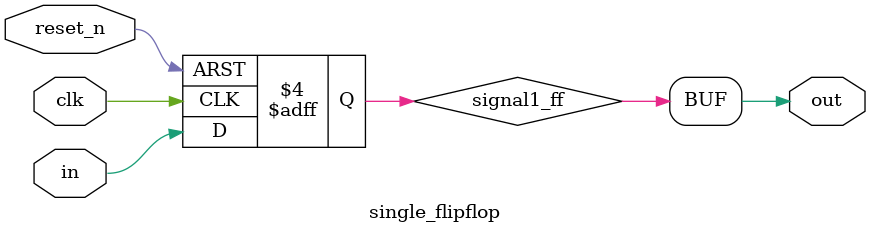
<source format=sv>


module single_flipflop #(
        parameter ACTIVE_EDGE = 0    // 0 = active high (trigger on negedge) , 1 = active low (trigger on posedge), 2 = trigger on either edge
        ) (
        input clk
        , input reset_n
        , input logic in
        , output logic out
        );
        
    logic signal1_ff;
    
    always @(posedge clk or negedge reset_n) begin
        if (!reset_n) begin
            signal1_ff <= 1'b0;
        end
        else begin
            signal1_ff <= in;
        end
    end

    always_comb out = signal1_ff;  // Output the single-flopped signal
    
endmodule

</source>
